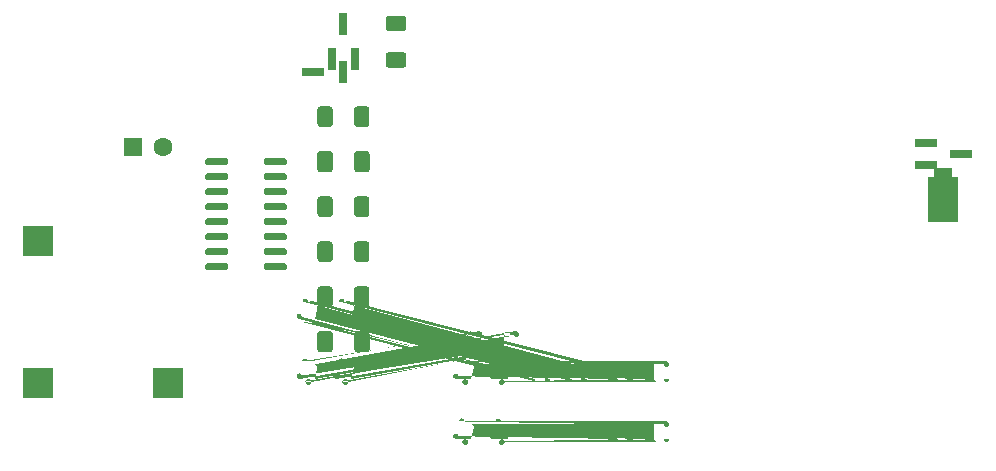
<source format=gbr>
From 88637eb1200b7d808ecd92ad45880f9c76cf190b Mon Sep 17 00:00:00 2001
From: Blaise Thompson <blaise@untzag.com>
Date: Tue, 13 Apr 2021 14:23:03 -0500
Subject: revisionB

---
 gerber/weather-F_Mask.gbr | 921 +++++++++++++++++++++++++++++++++++++++++-----
 1 file changed, 831 insertions(+), 90 deletions(-)

(limited to 'gerber/weather-F_Mask.gbr')

diff --git a/gerber/weather-F_Mask.gbr b/gerber/weather-F_Mask.gbr
index 4af8ae8..28aabc5 100644
--- a/gerber/weather-F_Mask.gbr
+++ b/gerber/weather-F_Mask.gbr
@@ -1,21 +1,21 @@
 %TF.GenerationSoftware,KiCad,Pcbnew,5.1.8+dfsg1-1+b1*%
-%TF.CreationDate,2020-12-29T15:19:21-06:00*%
-%TF.ProjectId,weather,77656174-6865-4722-9e6b-696361645f70,1.1.0*%
+%TF.CreationDate,2021-04-12T18:27:31-05:00*%
+%TF.ProjectId,weather,77656174-6865-4722-9e6b-696361645f70,B*%
 %TF.SameCoordinates,Original*%
 %TF.FileFunction,Soldermask,Top*%
 %TF.FilePolarity,Negative*%
 %FSLAX46Y46*%
 G04 Gerber Fmt 4.6, Leading zero omitted, Abs format (unit mm)*
-G04 Created by KiCad (PCBNEW 5.1.8+dfsg1-1+b1) date 2020-12-29 15:19:21*
+G04 Created by KiCad (PCBNEW 5.1.8+dfsg1-1+b1) date 2021-04-12 18:27:31*
 %MOMM*%
 %LPD*%
 G01*
 G04 APERTURE LIST*
-%ADD10C,1.600000*%
-%ADD11R,1.600000X1.600000*%
-%ADD12R,2.500000X2.500000*%
-%ADD13R,1.500000X1.050000*%
-%ADD14O,1.500000X1.050000*%
+%ADD10R,0.800000X1.900000*%
+%ADD11R,1.900000X0.800000*%
+%ADD12C,1.600000*%
+%ADD13R,1.600000X1.600000*%
+%ADD14R,2.500000X2.500000*%
 %ADD15O,1.700000X1.700000*%
 %ADD16R,1.700000X1.700000*%
 %ADD17R,3.500000X3.500000*%
@@ -24,12 +24,760 @@ G04 APERTURE LIST*
 %ADD20C,3.200000*%
 G04 APERTURE END LIST*
 D10*
-%TO.C,C1*%
-X76160000Y-53340000D03*
+%TO.C,Q2*%
+X76200000Y-49300000D03*
+X77150000Y-52300000D03*
+X75250000Y-52300000D03*
+%TD*%
 D11*
-X73660000Y-53340000D03*
+%TO.C,Q1*%
+X128500000Y-60325000D03*
+X125500000Y-61275000D03*
+X125500000Y-59375000D03*
+%TD*%
+%TO.C,R9*%
+G36*
+G01*
+X77100000Y-65395000D02*
+X77100000Y-64145000D01*
+G75*
+G02*
+X77350000Y-63895000I250000J0D01*
+G01*
+X78150000Y-63895000D01*
+G75*
+G02*
+X78400000Y-64145000I0J-250000D01*
+G01*
+X78400000Y-65395000D01*
+G75*
+G02*
+X78150000Y-65645000I-250000J0D01*
+G01*
+X77350000Y-65645000D01*
+G75*
+G02*
+X77100000Y-65395000I0J250000D01*
+G01*
+G37*
+G36*
+G01*
+X74000000Y-65395000D02*
+X74000000Y-64145000D01*
+G75*
+G02*
+X74250000Y-63895000I250000J0D01*
+G01*
+X75050000Y-63895000D01*
+G75*
+G02*
+X75300000Y-64145000I0J-250000D01*
+G01*
+X75300000Y-65395000D01*
+G75*
+G02*
+X75050000Y-65645000I-250000J0D01*
+G01*
+X74250000Y-65645000D01*
+G75*
+G02*
+X74000000Y-65395000I0J250000D01*
+G01*
+G37*
+%TD*%
+%TO.C,R8*%
+G36*
+G01*
+X75300000Y-56525000D02*
+X75300000Y-57775000D01*
+G75*
+G02*
+X75050000Y-58025000I-250000J0D01*
+G01*
+X74250000Y-58025000D01*
+G75*
+G02*
+X74000000Y-57775000I0J250000D01*
+G01*
+X74000000Y-56525000D01*
+G75*
+G02*
+X74250000Y-56275000I250000J0D01*
+G01*
+X75050000Y-56275000D01*
+G75*
+G02*
+X75300000Y-56525000I0J-250000D01*
+G01*
+G37*
+G36*
+G01*
+X78400000Y-56525000D02*
+X78400000Y-57775000D01*
+G75*
+G02*
+X78150000Y-58025000I-250000J0D01*
+G01*
+X77350000Y-58025000D01*
+G75*
+G02*
+X77100000Y-57775000I0J250000D01*
+G01*
+X77100000Y-56525000D01*
+G75*
+G02*
+X77350000Y-56275000I250000J0D01*
+G01*
+X78150000Y-56275000D01*
+G75*
+G02*
+X78400000Y-56525000I0J-250000D01*
+G01*
+G37*
+%TD*%
+%TO.C,R7*%
+G36*
+G01*
+X81270000Y-49900000D02*
+X80020000Y-49900000D01*
+G75*
+G02*
+X79770000Y-49650000I0J250000D01*
+G01*
+X79770000Y-48850000D01*
+G75*
+G02*
+X80020000Y-48600000I250000J0D01*
+G01*
+X81270000Y-48600000D01*
+G75*
+G02*
+X81520000Y-48850000I0J-250000D01*
+G01*
+X81520000Y-49650000D01*
+G75*
+G02*
+X81270000Y-49900000I-250000J0D01*
+G01*
+G37*
+G36*
+G01*
+X81270000Y-53000000D02*
+X80020000Y-53000000D01*
+G75*
+G02*
+X79770000Y-52750000I0J250000D01*
+G01*
+X79770000Y-51950000D01*
+G75*
+G02*
+X80020000Y-51700000I250000J0D01*
+G01*
+X81270000Y-51700000D01*
+G75*
+G02*
+X81520000Y-51950000I0J-250000D01*
+G01*
+X81520000Y-52750000D01*
+G75*
+G02*
+X81270000Y-53000000I-250000J0D01*
+G01*
+G37*
+%TD*%
+%TO.C,R6*%
+G36*
+G01*
+X75300000Y-67955000D02*
+X75300000Y-69205000D01*
+G75*
+G02*
+X75050000Y-69455000I-250000J0D01*
+G01*
+X74250000Y-69455000D01*
+G75*
+G02*
+X74000000Y-69205000I0J250000D01*
+G01*
+X74000000Y-67955000D01*
+G75*
+G02*
+X74250000Y-67705000I250000J0D01*
+G01*
+X75050000Y-67705000D01*
+G75*
+G02*
+X75300000Y-67955000I0J-250000D01*
+G01*
+G37*
+G36*
+G01*
+X78400000Y-67955000D02*
+X78400000Y-69205000D01*
+G75*
+G02*
+X78150000Y-69455000I-250000J0D01*
+G01*
+X77350000Y-69455000D01*
+G75*
+G02*
+X77100000Y-69205000I0J250000D01*
+G01*
+X77100000Y-67955000D01*
+G75*
+G02*
+X77350000Y-67705000I250000J0D01*
+G01*
+X78150000Y-67705000D01*
+G75*
+G02*
+X78400000Y-67955000I0J-250000D01*
+G01*
+G37*
+%TD*%
+%TO.C,R5*%
+G36*
+G01*
+X75300000Y-71765000D02*
+X75300000Y-73015000D01*
+G75*
+G02*
+X75050000Y-73265000I-250000J0D01*
+G01*
+X74250000Y-73265000D01*
+G75*
+G02*
+X74000000Y-73015000I0J250000D01*
+G01*
+X74000000Y-71765000D01*
+G75*
+G02*
+X74250000Y-71515000I250000J0D01*
+G01*
+X75050000Y-71515000D01*
+G75*
+G02*
+X75300000Y-71765000I0J-250000D01*
+G01*
+G37*
+G36*
+G01*
+X78400000Y-71765000D02*
+X78400000Y-73015000D01*
+G75*
+G02*
+X78150000Y-73265000I-250000J0D01*
+G01*
+X77350000Y-73265000D01*
+G75*
+G02*
+X77100000Y-73015000I0J250000D01*
+G01*
+X77100000Y-71765000D01*
+G75*
+G02*
+X77350000Y-71515000I250000J0D01*
+G01*
+X78150000Y-71515000D01*
+G75*
+G02*
+X78400000Y-71765000I0J-250000D01*
+G01*
+G37*
+%TD*%
+%TO.C,C5*%
+G36*
+G01*
+X77100000Y-61610001D02*
+X77100000Y-60309999D01*
+G75*
+G02*
+X77349999Y-60060000I249999J0D01*
+G01*
+X78175001Y-60060000D01*
+G75*
+G02*
+X78425000Y-60309999I0J-249999D01*
+G01*
+X78425000Y-61610001D01*
+G75*
+G02*
+X78175001Y-61860000I-249999J0D01*
+G01*
+X77349999Y-61860000D01*
+G75*
+G02*
+X77100000Y-61610001I0J249999D01*
+G01*
+G37*
+G36*
+G01*
+X73975000Y-61610001D02*
+X73975000Y-60309999D01*
+G75*
+G02*
+X74224999Y-60060000I249999J0D01*
+G01*
+X75050001Y-60060000D01*
+G75*
+G02*
+X75300000Y-60309999I0J-249999D01*
+G01*
+X75300000Y-61610001D01*
+G75*
+G02*
+X75050001Y-61860000I-249999J0D01*
+G01*
+X74224999Y-61860000D01*
+G75*
+G02*
+X73975000Y-61610001I0J249999D01*
+G01*
+G37*
+%TD*%
+%TO.C,C4*%
+G36*
+G01*
+X77100000Y-76850001D02*
+X77100000Y-75549999D01*
+G75*
+G02*
+X77349999Y-75300000I249999J0D01*
+G01*
+X78175001Y-75300000D01*
+G75*
+G02*
+X78425000Y-75549999I0J-249999D01*
+G01*
+X78425000Y-76850001D01*
+G75*
+G02*
+X78175001Y-77100000I-249999J0D01*
+G01*
+X77349999Y-77100000D01*
+G75*
+G02*
+X77100000Y-76850001I0J249999D01*
+G01*
+G37*
+G36*
+G01*
+X73975000Y-76850001D02*
+X73975000Y-75549999D01*
+G75*
+G02*
+X74224999Y-75300000I249999J0D01*
+G01*
+X75050001Y-75300000D01*
+G75*
+G02*
+X75300000Y-75549999I0J-249999D01*
+G01*
+X75300000Y-76850001D01*
+G75*
+G02*
+X75050001Y-77100000I-249999J0D01*
+G01*
+X74224999Y-77100000D01*
+G75*
+G02*
+X73975000Y-76850001I0J249999D01*
+G01*
+G37*
+%TD*%
+%TO.C,U2*%
+G36*
+G01*
+X69445000Y-61110000D02*
+X69445000Y-60810000D01*
+G75*
+G02*
+X69595000Y-60660000I150000J0D01*
+G01*
+X71245000Y-60660000D01*
+G75*
+G02*
+X71395000Y-60810000I0J-150000D01*
+G01*
+X71395000Y-61110000D01*
+G75*
+G02*
+X71245000Y-61260000I-150000J0D01*
+G01*
+X69595000Y-61260000D01*
+G75*
+G02*
+X69445000Y-61110000I0J150000D01*
+G01*
+G37*
+G36*
+G01*
+X69445000Y-62380000D02*
+X69445000Y-62080000D01*
+G75*
+G02*
+X69595000Y-61930000I150000J0D01*
+G01*
+X71245000Y-61930000D01*
+G75*
+G02*
+X71395000Y-62080000I0J-150000D01*
+G01*
+X71395000Y-62380000D01*
+G75*
+G02*
+X71245000Y-62530000I-150000J0D01*
+G01*
+X69595000Y-62530000D01*
+G75*
+G02*
+X69445000Y-62380000I0J150000D01*
+G01*
+G37*
+G36*
+G01*
+X69445000Y-63650000D02*
+X69445000Y-63350000D01*
+G75*
+G02*
+X69595000Y-63200000I150000J0D01*
+G01*
+X71245000Y-63200000D01*
+G75*
+G02*
+X71395000Y-63350000I0J-150000D01*
+G01*
+X71395000Y-63650000D01*
+G75*
+G02*
+X71245000Y-63800000I-150000J0D01*
+G01*
+X69595000Y-63800000D01*
+G75*
+G02*
+X69445000Y-63650000I0J150000D01*
+G01*
+G37*
+G36*
+G01*
+X69445000Y-64920000D02*
+X69445000Y-64620000D01*
+G75*
+G02*
+X69595000Y-64470000I150000J0D01*
+G01*
+X71245000Y-64470000D01*
+G75*
+G02*
+X71395000Y-64620000I0J-150000D01*
+G01*
+X71395000Y-64920000D01*
+G75*
+G02*
+X71245000Y-65070000I-150000J0D01*
+G01*
+X69595000Y-65070000D01*
+G75*
+G02*
+X69445000Y-64920000I0J150000D01*
+G01*
+G37*
+G36*
+G01*
+X69445000Y-66190000D02*
+X69445000Y-65890000D01*
+G75*
+G02*
+X69595000Y-65740000I150000J0D01*
+G01*
+X71245000Y-65740000D01*
+G75*
+G02*
+X71395000Y-65890000I0J-150000D01*
+G01*
+X71395000Y-66190000D01*
+G75*
+G02*
+X71245000Y-66340000I-150000J0D01*
+G01*
+X69595000Y-66340000D01*
+G75*
+G02*
+X69445000Y-66190000I0J150000D01*
+G01*
+G37*
+G36*
+G01*
+X69445000Y-67460000D02*
+X69445000Y-67160000D01*
+G75*
+G02*
+X69595000Y-67010000I150000J0D01*
+G01*
+X71245000Y-67010000D01*
+G75*
+G02*
+X71395000Y-67160000I0J-150000D01*
+G01*
+X71395000Y-67460000D01*
+G75*
+G02*
+X71245000Y-67610000I-150000J0D01*
+G01*
+X69595000Y-67610000D01*
+G75*
+G02*
+X69445000Y-67460000I0J150000D01*
+G01*
+G37*
+G36*
+G01*
+X69445000Y-68730000D02*
+X69445000Y-68430000D01*
+G75*
+G02*
+X69595000Y-68280000I150000J0D01*
+G01*
+X71245000Y-68280000D01*
+G75*
+G02*
+X71395000Y-68430000I0J-150000D01*
+G01*
+X71395000Y-68730000D01*
+G75*
+G02*
+X71245000Y-68880000I-150000J0D01*
+G01*
+X69595000Y-68880000D01*
+G75*
+G02*
+X69445000Y-68730000I0J150000D01*
+G01*
+G37*
+G36*
+G01*
+X69445000Y-70000000D02*
+X69445000Y-69700000D01*
+G75*
+G02*
+X69595000Y-69550000I150000J0D01*
+G01*
+X71245000Y-69550000D01*
+G75*
+G02*
+X71395000Y-69700000I0J-150000D01*
+G01*
+X71395000Y-70000000D01*
+G75*
+G02*
+X71245000Y-70150000I-150000J0D01*
+G01*
+X69595000Y-70150000D01*
+G75*
+G02*
+X69445000Y-70000000I0J150000D01*
+G01*
+G37*
+G36*
+G01*
+X64495000Y-70000000D02*
+X64495000Y-69700000D01*
+G75*
+G02*
+X64645000Y-69550000I150000J0D01*
+G01*
+X66295000Y-69550000D01*
+G75*
+G02*
+X66445000Y-69700000I0J-150000D01*
+G01*
+X66445000Y-70000000D01*
+G75*
+G02*
+X66295000Y-70150000I-150000J0D01*
+G01*
+X64645000Y-70150000D01*
+G75*
+G02*
+X64495000Y-70000000I0J150000D01*
+G01*
+G37*
+G36*
+G01*
+X64495000Y-68730000D02*
+X64495000Y-68430000D01*
+G75*
+G02*
+X64645000Y-68280000I150000J0D01*
+G01*
+X66295000Y-68280000D01*
+G75*
+G02*
+X66445000Y-68430000I0J-150000D01*
+G01*
+X66445000Y-68730000D01*
+G75*
+G02*
+X66295000Y-68880000I-150000J0D01*
+G01*
+X64645000Y-68880000D01*
+G75*
+G02*
+X64495000Y-68730000I0J150000D01*
+G01*
+G37*
+G36*
+G01*
+X64495000Y-67460000D02*
+X64495000Y-67160000D01*
+G75*
+G02*
+X64645000Y-67010000I150000J0D01*
+G01*
+X66295000Y-67010000D01*
+G75*
+G02*
+X66445000Y-67160000I0J-150000D01*
+G01*
+X66445000Y-67460000D01*
+G75*
+G02*
+X66295000Y-67610000I-150000J0D01*
+G01*
+X64645000Y-67610000D01*
+G75*
+G02*
+X64495000Y-67460000I0J150000D01*
+G01*
+G37*
+G36*
+G01*
+X64495000Y-66190000D02*
+X64495000Y-65890000D01*
+G75*
+G02*
+X64645000Y-65740000I150000J0D01*
+G01*
+X66295000Y-65740000D01*
+G75*
+G02*
+X66445000Y-65890000I0J-150000D01*
+G01*
+X66445000Y-66190000D01*
+G75*
+G02*
+X66295000Y-66340000I-150000J0D01*
+G01*
+X64645000Y-66340000D01*
+G75*
+G02*
+X64495000Y-66190000I0J150000D01*
+G01*
+G37*
+G36*
+G01*
+X64495000Y-64920000D02*
+X64495000Y-64620000D01*
+G75*
+G02*
+X64645000Y-64470000I150000J0D01*
+G01*
+X66295000Y-64470000D01*
+G75*
+G02*
+X66445000Y-64620000I0J-150000D01*
+G01*
+X66445000Y-64920000D01*
+G75*
+G02*
+X66295000Y-65070000I-150000J0D01*
+G01*
+X64645000Y-65070000D01*
+G75*
+G02*
+X64495000Y-64920000I0J150000D01*
+G01*
+G37*
+G36*
+G01*
+X64495000Y-63650000D02*
+X64495000Y-63350000D01*
+G75*
+G02*
+X64645000Y-63200000I150000J0D01*
+G01*
+X66295000Y-63200000D01*
+G75*
+G02*
+X66445000Y-63350000I0J-150000D01*
+G01*
+X66445000Y-63650000D01*
+G75*
+G02*
+X66295000Y-63800000I-150000J0D01*
+G01*
+X64645000Y-63800000D01*
+G75*
+G02*
+X64495000Y-63650000I0J150000D01*
+G01*
+G37*
+G36*
+G01*
+X64495000Y-62380000D02*
+X64495000Y-62080000D01*
+G75*
+G02*
+X64645000Y-61930000I150000J0D01*
+G01*
+X66295000Y-61930000D01*
+G75*
+G02*
+X66445000Y-62080000I0J-150000D01*
+G01*
+X66445000Y-62380000D01*
+G75*
+G02*
+X66295000Y-62530000I-150000J0D01*
+G01*
+X64645000Y-62530000D01*
+G75*
+G02*
+X64495000Y-62380000I0J150000D01*
+G01*
+G37*
+G36*
+G01*
+X64495000Y-61110000D02*
+X64495000Y-60810000D01*
+G75*
+G02*
+X64645000Y-60660000I150000J0D01*
+G01*
+X66295000Y-60660000D01*
+G75*
+G02*
+X66445000Y-60810000I0J-150000D01*
+G01*
+X66445000Y-61110000D01*
+G75*
+G02*
+X66295000Y-61260000I-150000J0D01*
+G01*
+X64645000Y-61260000D01*
+G75*
+G02*
+X64495000Y-61110000I0J150000D01*
+G01*
+G37*
 %TD*%
 D12*
+%TO.C,C1*%
+X60920000Y-59690000D03*
+D13*
+X58420000Y-59690000D03*
+%TD*%
+D14*
 %TO.C,PS1*%
 X50380000Y-79660000D03*
 X61380000Y-79660000D03*
@@ -39,110 +787,103 @@ X50380000Y-67660000D03*
 %TO.C,R4*%
 G36*
 G01*
-X75550000Y-79365001D02*
-X75550000Y-78114999D01*
+X89800000Y-76825001D02*
+X89800000Y-75574999D01*
 G75*
 G02*
-X75799999Y-77865000I249999J0D01*
+X90049999Y-75325000I249999J0D01*
 G01*
-X76600001Y-77865000D01*
+X90850001Y-75325000D01*
 G75*
 G02*
-X76850000Y-78114999I0J-249999D01*
+X91100000Y-75574999I0J-249999D01*
 G01*
-X76850000Y-79365001D01*
+X91100000Y-76825001D01*
 G75*
 G02*
-X76600001Y-79615000I-249999J0D01*
+X90850001Y-77075000I-249999J0D01*
 G01*
-X75799999Y-79615000D01*
+X90049999Y-77075000D01*
 G75*
 G02*
-X75550000Y-79365001I0J249999D01*
+X89800000Y-76825001I0J249999D01*
 G01*
 G37*
 G36*
 G01*
-X72450000Y-79365001D02*
-X72450000Y-78114999D01*
+X86700000Y-76825001D02*
+X86700000Y-75574999D01*
 G75*
 G02*
-X72699999Y-77865000I249999J0D01*
+X86949999Y-75325000I249999J0D01*
 G01*
-X73500001Y-77865000D01*
+X87750001Y-75325000D01*
 G75*
 G02*
-X73750000Y-78114999I0J-249999D01*
+X88000000Y-75574999I0J-249999D01*
 G01*
-X73750000Y-79365001D01*
+X88000000Y-76825001D01*
 G75*
 G02*
-X73500001Y-79615000I-249999J0D01*
+X87750001Y-77075000I-249999J0D01*
 G01*
-X72699999Y-79615000D01*
+X86949999Y-77075000D01*
 G75*
 G02*
-X72450000Y-79365001I0J249999D01*
+X86700000Y-76825001I0J249999D01*
 G01*
 G37*
 %TD*%
 %TO.C,R3*%
 G36*
 G01*
-X75550000Y-74285001D02*
-X75550000Y-73034999D01*
+X95515000Y-79365001D02*
+X95515000Y-78114999D01*
 G75*
 G02*
-X75799999Y-72785000I249999J0D01*
+X95764999Y-77865000I249999J0D01*
 G01*
-X76600001Y-72785000D01*
+X96565001Y-77865000D01*
 G75*
 G02*
-X76850000Y-73034999I0J-249999D01*
+X96815000Y-78114999I0J-249999D01*
 G01*
-X76850000Y-74285001D01*
+X96815000Y-79365001D01*
 G75*
 G02*
-X76600001Y-74535000I-249999J0D01*
+X96565001Y-79615000I-249999J0D01*
 G01*
-X75799999Y-74535000D01*
+X95764999Y-79615000D01*
 G75*
 G02*
-X75550000Y-74285001I0J249999D01*
+X95515000Y-79365001I0J249999D01*
 G01*
 G37*
 G36*
 G01*
-X72450000Y-74285001D02*
-X72450000Y-73034999D01*
+X92415000Y-79365001D02*
+X92415000Y-78114999D01*
 G75*
 G02*
-X72699999Y-72785000I249999J0D01*
+X92664999Y-77865000I249999J0D01*
 G01*
-X73500001Y-72785000D01*
+X93465001Y-77865000D01*
 G75*
 G02*
-X73750000Y-73034999I0J-249999D01*
+X93715000Y-78114999I0J-249999D01*
 G01*
-X73750000Y-74285001D01*
+X93715000Y-79365001D01*
 G75*
 G02*
-X73500001Y-74535000I-249999J0D01*
+X93465001Y-79615000I-249999J0D01*
 G01*
-X72699999Y-74535000D01*
+X92664999Y-79615000D01*
 G75*
 G02*
-X72450000Y-74285001I0J249999D01*
+X92415000Y-79365001I0J249999D01*
 G01*
 G37*
 %TD*%
-D13*
-%TO.C,Q1*%
-X127000000Y-62230000D03*
-D14*
-X127000000Y-64770000D03*
-X127000000Y-63500000D03*
-%TD*%
 %TO.C,C3*%
 G36*
 G01*
@@ -246,100 +987,100 @@ G37*
 %TO.C,R2*%
 G36*
 G01*
-X88810000Y-84445001D02*
-X88810000Y-83194999D01*
+X102500000Y-84445001D02*
+X102500000Y-83194999D01*
 G75*
 G02*
-X89059999Y-82945000I249999J0D01*
+X102749999Y-82945000I249999J0D01*
 G01*
-X89860001Y-82945000D01*
+X103550001Y-82945000D01*
 G75*
 G02*
-X90110000Y-83194999I0J-249999D01*
+X103800000Y-83194999I0J-249999D01*
 G01*
-X90110000Y-84445001D01*
+X103800000Y-84445001D01*
 G75*
 G02*
-X89860001Y-84695000I-249999J0D01*
+X103550001Y-84695000I-249999J0D01*
 G01*
-X89059999Y-84695000D01*
+X102749999Y-84695000D01*
 G75*
 G02*
-X88810000Y-84445001I0J249999D01*
+X102500000Y-84445001I0J249999D01*
 G01*
 G37*
 G36*
 G01*
-X85710000Y-84445001D02*
-X85710000Y-83194999D01*
+X99400000Y-84445001D02*
+X99400000Y-83194999D01*
 G75*
 G02*
-X85959999Y-82945000I249999J0D01*
+X99649999Y-82945000I249999J0D01*
 G01*
-X86760001Y-82945000D01*
+X100450001Y-82945000D01*
 G75*
 G02*
-X87010000Y-83194999I0J-249999D01*
+X100700000Y-83194999I0J-249999D01*
 G01*
-X87010000Y-84445001D01*
+X100700000Y-84445001D01*
 G75*
 G02*
-X86760001Y-84695000I-249999J0D01*
+X100450001Y-84695000I-249999J0D01*
 G01*
-X85959999Y-84695000D01*
+X99649999Y-84695000D01*
 G75*
 G02*
-X85710000Y-84445001I0J249999D01*
+X99400000Y-84445001I0J249999D01*
 G01*
 G37*
 %TD*%
 %TO.C,R1*%
 G36*
 G01*
-X88810000Y-79365001D02*
-X88810000Y-78114999D01*
+X102500000Y-79365001D02*
+X102500000Y-78114999D01*
 G75*
 G02*
-X89059999Y-77865000I249999J0D01*
+X102749999Y-77865000I249999J0D01*
 G01*
-X89860001Y-77865000D01*
+X103550001Y-77865000D01*
 G75*
 G02*
-X90110000Y-78114999I0J-249999D01*
+X103800000Y-78114999I0J-249999D01*
 G01*
-X90110000Y-79365001D01*
+X103800000Y-79365001D01*
 G75*
 G02*
-X89860001Y-79615000I-249999J0D01*
+X103550001Y-79615000I-249999J0D01*
 G01*
-X89059999Y-79615000D01*
+X102749999Y-79615000D01*
 G75*
 G02*
-X88810000Y-79365001I0J249999D01*
+X102500000Y-79365001I0J249999D01*
 G01*
 G37*
 G36*
 G01*
-X85710000Y-79365001D02*
-X85710000Y-78114999D01*
+X99400000Y-79365001D02*
+X99400000Y-78114999D01*
 G75*
 G02*
-X85959999Y-77865000I249999J0D01*
+X99649999Y-77865000I249999J0D01*
 G01*
-X86760001Y-77865000D01*
+X100450001Y-77865000D01*
 G75*
 G02*
-X87010000Y-78114999I0J-249999D01*
+X100700000Y-78114999I0J-249999D01*
 G01*
-X87010000Y-79365001D01*
+X100700000Y-79365001D01*
 G75*
 G02*
-X86760001Y-79615000I-249999J0D01*
+X100450001Y-79615000I-249999J0D01*
 G01*
-X85959999Y-79615000D01*
+X99649999Y-79615000D01*
 G75*
 G02*
-X85710000Y-79365001I0J249999D01*
+X99400000Y-79365001I0J249999D01*
 G01*
 G37*
 %TD*%
-- 
cgit v1.2.3


</source>
